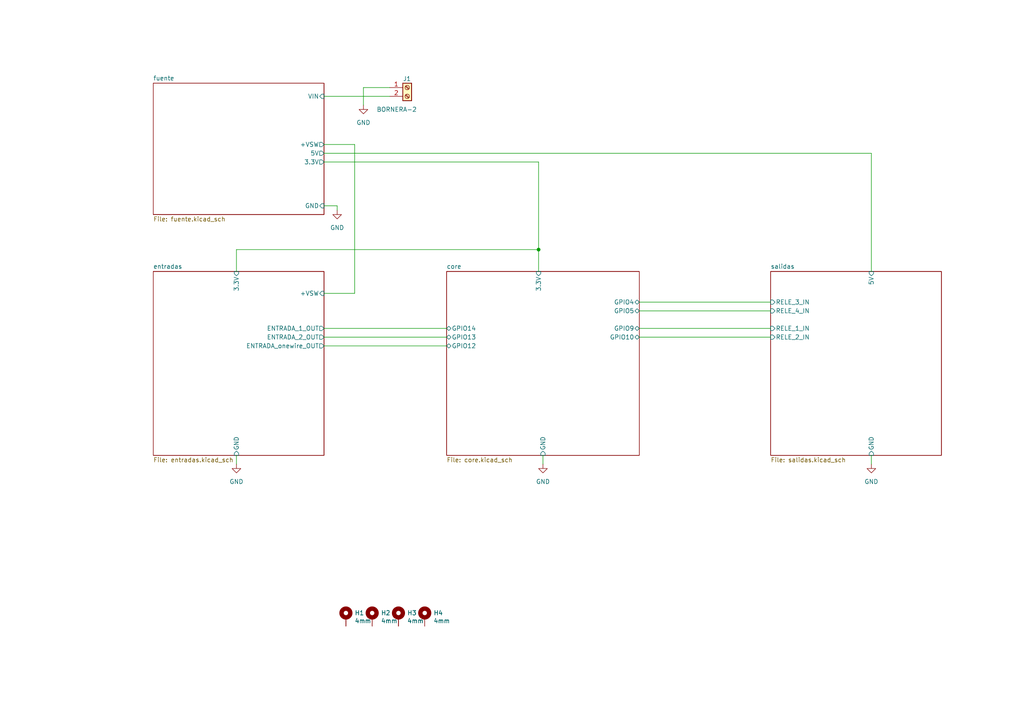
<source format=kicad_sch>
(kicad_sch (version 20230121) (generator eeschema)
  (paper "A4")
  (lib_symbols
    (symbol "Connector:Screw_Terminal_01x02" (pin_names (offset 1.016) hide)
      (property "Reference" "J" (at 0 2.54 0))
      (property "Value" "Screw_Terminal_01x02" (at 0 -5.08 0))
      (symbol "Screw_Terminal_01x02_1_1"
        (rectangle (start -1.27 1.27) (end 1.27 -3.81) (stroke (width 0.254)) (fill (type background)))
        (circle (center 0 -2.54) (radius 0.635) (stroke (width 0.1524)))
        (polyline (pts (xy -0.5334 -2.2098) (xy 0.3302 -3.048)) (stroke (width 0.1524)))
        (polyline (pts (xy -0.5334 0.3302) (xy 0.3302 -0.508)) (stroke (width 0.1524)))
        (polyline (pts (xy -0.3556 -2.032) (xy 0.508 -2.8702)) (stroke (width 0.1524)))
        (polyline (pts (xy -0.3556 0.508) (xy 0.508 -0.3302)) (stroke (width 0.1524)))
        (circle (center 0 0) (radius 0.635) (stroke (width 0.1524)))
        (pin passive line (at -5.08 0 0) (length 3.81) (name "Pin_1") (number "1"))
        (pin passive line (at -5.08 -2.54 0) (length 3.81) (name "Pin_2") (number "2"))
      )
    )
    (symbol "Mechanical:MountingHole_Pad" (pin_numbers hide) (pin_names (offset 1.016) hide)
      (property "Reference" "H" (at 0 6.35 0))
      (property "Value" "MountingHole_Pad" (at 0 4.445 0))
      (symbol "MountingHole_Pad_0_1"
        (circle (center 0 1.27) (radius 1.27) (stroke (width 1.27)))
      )
      (symbol "MountingHole_Pad_1_1"
        (pin input line (at 0 -2.54 90) (length 2.54) (name "1") (number "1"))
      )
    )
    (symbol "power:GND" (power) (pin_names (offset 0))
      (property "Value" "GND" (at 0 -3.81 0))
      (symbol "GND_0_1"
        (polyline (pts (xy 0 0) (xy 0 -1.27) (xy 1.27 -1.27) (xy 0 -2.54) (xy -1.27 -1.27) (xy 0 -1.27)))
      )
      (symbol "GND_1_1"
        (pin power_in line (at 0 0 270) (length 0) hide (name "GND") (number "1"))
      )
    )
  )
  (junction (at 156.21 72.39))
  (wire (pts (xy 156.21 46.99) (xy 156.21 72.39)))
  (wire (pts (xy 157.48 132.08) (xy 157.48 134.62)))
  (wire (pts (xy 93.98 100.33) (xy 129.54 100.33)))
  (wire (pts (xy 185.42 97.79) (xy 223.52 97.79)))
  (wire (pts (xy 185.42 90.17) (xy 223.52 90.17)))
  (wire (pts (xy 93.98 97.79) (xy 129.54 97.79)))
  (wire (pts (xy 252.73 44.45) (xy 252.73 78.74)))
  (wire (pts (xy 93.98 27.94) (xy 113.03 27.94)))
  (wire (pts (xy 102.87 85.09) (xy 102.87 41.91)))
  (wire (pts (xy 93.98 44.45) (xy 252.73 44.45)))
  (wire (pts (xy 105.41 25.4) (xy 113.03 25.4)))
  (wire (pts (xy 252.73 132.08) (xy 252.73 134.62)))
  (wire (pts (xy 93.98 85.09) (xy 102.87 85.09)))
  (wire (pts (xy 68.58 132.08) (xy 68.58 134.62)))
  (wire (pts (xy 223.52 95.25) (xy 185.42 95.25)))
  (wire (pts (xy 156.21 72.39) (xy 156.21 78.74)))
  (wire (pts (xy 97.79 59.69) (xy 93.98 59.69)))
  (wire (pts (xy 68.58 78.74) (xy 68.58 72.39)))
  (wire (pts (xy 185.42 87.63) (xy 223.52 87.63)))
  (wire (pts (xy 105.41 30.48) (xy 105.41 25.4)))
  (wire (pts (xy 102.87 41.91) (xy 93.98 41.91)))
  (wire (pts (xy 93.98 95.25) (xy 129.54 95.25)))
  (wire (pts (xy 93.98 46.99) (xy 156.21 46.99)))
  (wire (pts (xy 68.58 72.39) (xy 156.21 72.39)))
  (wire (pts (xy 97.79 60.96) (xy 97.79 59.69)))
  (symbol (lib_id "power:GND") (at 252.73 134.62 0) (unit 1)
    (property "Reference" "#PWR05" (effects hide))
    (property "Value" "GND" (at 252.73 139.7 0))
  )
  (symbol (lib_id "Mechanical:MountingHole_Pad") (at 100.33 179.07 0) (unit 1)
    (property "Reference" "H1" (at 102.87 177.7746 0) (effects (justify left)))
    (property "Value" "4mm" (at 102.87 180.086 0) (effects (justify left)))
    (property "Footprint" "MountingHole:MountingHole_4mm_Pad" (effects hide))
  )
  (symbol (lib_id "power:GND") (at 97.79 60.96 0) (unit 1)
    (property "Reference" "#PWR02" (effects hide))
    (property "Value" "GND" (at 97.79 66.04 0))
  )
  (symbol (lib_id "Mechanical:MountingHole_Pad") (at 123.19 179.07 0) (unit 1)
    (property "Reference" "H4" (at 125.73 177.7746 0) (effects (justify left)))
    (property "Value" "4mm" (at 125.73 180.086 0) (effects (justify left)))
    (property "Footprint" "MountingHole:MountingHole_4mm_Pad" (effects hide))
  )
  (symbol (lib_id "Mechanical:MountingHole_Pad") (at 107.95 179.07 0) (unit 1)
    (property "Reference" "H2" (at 110.49 177.7746 0) (effects (justify left)))
    (property "Value" "4mm" (at 110.49 180.086 0) (effects (justify left)))
    (property "Footprint" "MountingHole:MountingHole_4mm_Pad" (effects hide))
  )
  (symbol (lib_id "power:GND") (at 68.58 134.62 0) (unit 1)
    (property "Reference" "#PWR03" (effects hide))
    (property "Value" "GND" (at 68.58 139.7 0))
  )
  (symbol (lib_id "power:GND") (at 157.48 134.62 0) (unit 1)
    (property "Reference" "#PWR04" (effects hide))
    (property "Value" "GND" (at 157.48 139.7 0))
  )
  (symbol (lib_id "power:GND") (at 105.41 30.48 0) (unit 1)
    (property "Reference" "#PWR01" (effects hide))
    (property "Value" "GND" (at 105.41 35.56 0))
  )
  (symbol (lib_id "Mechanical:MountingHole_Pad") (at 115.57 179.07 0) (unit 1)
    (property "Reference" "H3" (at 118.11 177.7746 0) (effects (justify left)))
    (property "Value" "4mm" (at 118.11 180.086 0) (effects (justify left)))
    (property "Footprint" "MountingHole:MountingHole_4mm_Pad" (effects hide))
  )
  (symbol (lib_id "Connector:Screw_Terminal_01x02") (at 118.11 25.4 0) (unit 1)
    (property "Reference" "J1" (at 116.84 22.86 0) (effects (justify left)))
    (property "Value" "BORNERA-2" (at 109.22 31.75 0) (effects (justify left)))
    (property "Footprint" "TerminalBlock_Phoenix:TerminalBlock_Phoenix_MKDS-1,5-2-5.08_1x02_P5.08mm_Horizontal" (effects hide))
  )
  (sheet (at 223.52 78.74) (size 49.53 53.34) (stroke (width 0.1524))
    (property "Sheetname" "salidas" (at 223.52 78.0284 0) (effects (justify left bottom)))
    (property "Sheetfile" "salidas.kicad_sch" (at 223.52 132.6646 0) (effects (justify left top)))
    (pin "5V" input (at 252.73 78.74 90))
    (pin "GND" input (at 252.73 132.08 270))
    (pin "RELE_1_IN" input (at 223.52 95.25 180))
    (pin "RELE_2_IN" input (at 223.52 97.79 180))
    (pin "RELE_3_IN" input (at 223.52 87.63 180))
    (pin "RELE_4_IN" input (at 223.52 90.17 180))
  )
  (sheet (at 129.54 78.74) (size 55.88 53.34) (stroke (width 0.1524))
    (property "Sheetname" "core" (at 129.54 78.0284 0) (effects (justify left bottom)))
    (property "Sheetfile" "core.kicad_sch" (at 129.54 132.6646 0) (effects (justify left top)))
    (pin "3.3V" input (at 156.21 78.74 90))
    (pin "GND" input (at 157.48 132.08 270))
    (pin "GPIO14" bidirectional (at 129.54 95.25 180))
    (pin "GPIO13" bidirectional (at 129.54 97.79 180))
    (pin "GPIO4" bidirectional (at 185.42 87.63 0))
    (pin "GPIO5" bidirectional (at 185.42 90.17 0))
    (pin "GPIO10" bidirectional (at 185.42 97.79 0))
    (pin "GPIO9" bidirectional (at 185.42 95.25 0))
    (pin "GPIO12" bidirectional (at 129.54 100.33 180))
  )
  (sheet (at 44.45 78.74) (size 49.53 53.34) (stroke (width 0.1524))
    (property "Sheetname" "entradas" (at 44.45 78.0284 0) (effects (justify left bottom)))
    (property "Sheetfile" "entradas.kicad_sch" (at 44.45 132.6646 0) (effects (justify left top)))
    (pin "ENTRADA_1_OUT" output (at 93.98 95.25 0))
    (pin "ENTRADA_2_OUT" output (at 93.98 97.79 0))
    (pin "3.3V" input (at 68.58 78.74 90))
    (pin "GND" input (at 68.58 132.08 270))
    (pin "+VSW" input (at 93.98 85.09 0))
    (pin "ENTRADA_onewire_OUT" output (at 93.98 100.33 0))
  )
  (sheet (at 44.45 24.13) (size 49.53 38.1) (stroke (width 0.1524))
    (property "Sheetname" "fuente" (at 44.45 23.4184 0) (effects (justify left bottom)))
    (property "Sheetfile" "fuente.kicad_sch" (at 44.45 62.8146 0) (effects (justify left top)))
    (pin "VIN" input (at 93.98 27.94 0))
    (pin "5V" output (at 93.98 44.45 0))
    (pin "3.3V" output (at 93.98 46.99 0))
    (pin "GND" input (at 93.98 59.69 0))
    (pin "+VSW" output (at 93.98 41.91 0))
  )
)
</source>
